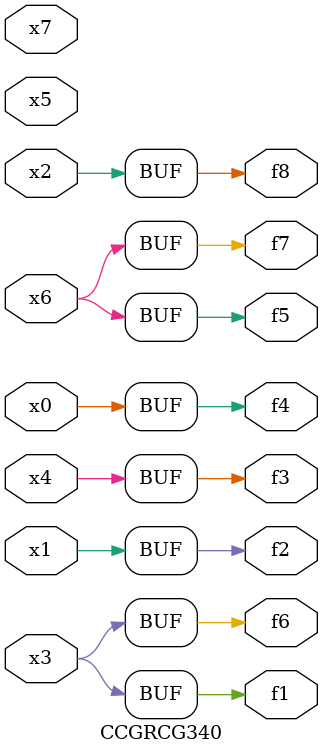
<source format=v>
module CCGRCG340(
	input x0, x1, x2, x3, x4, x5, x6, x7,
	output f1, f2, f3, f4, f5, f6, f7, f8
);
	assign f1 = x3;
	assign f2 = x1;
	assign f3 = x4;
	assign f4 = x0;
	assign f5 = x6;
	assign f6 = x3;
	assign f7 = x6;
	assign f8 = x2;
endmodule

</source>
